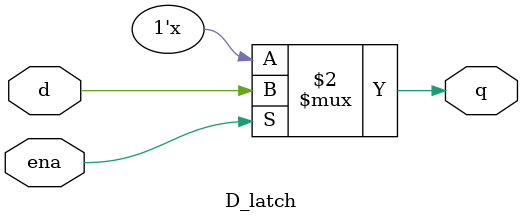
<source format=v>
/*
D锁存器

# 题目描述
锁存器,是数字电路中的一种具有记忆功能的逻辑元件,只有在有锁存信号时输入的状态被保存到输出，直到下一个锁存信号。
本题中，你需要创建一个D锁存器，在使能信号ena为高电平时将输入保存到输出。

# 输入格式
d: 1bit
ena: 1bit

# 输出格式
q: 1bit
*/

module D_latch(
    input d, 
    input ena,
    output q
);
    reg q;
    always @(d, ena) begin
        if (ena) begin
            q <= d;
        end
    end
endmodule
</source>
